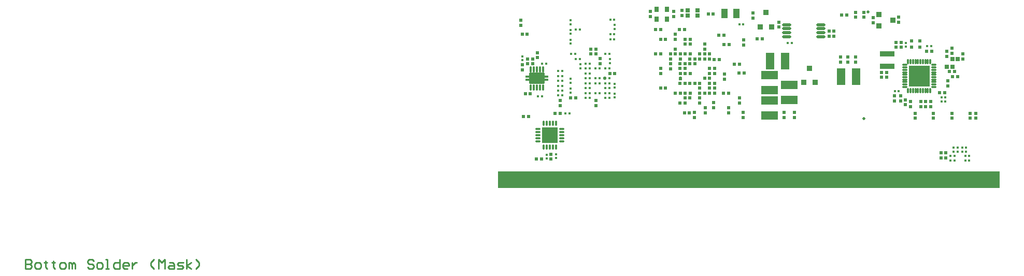
<source format=gbs>
G04 Layer_Color=16711935*
%FSLAX24Y24*%
%MOIN*%
G70*
G01*
G75*
%ADD18R,0.0177X0.1004*%
%ADD43C,0.0100*%
%ADD99R,0.0946X0.0375*%
%ADD105R,0.1064X0.0571*%
%ADD107R,0.0237X0.0245*%
%ADD108R,0.0245X0.0237*%
%ADD109R,0.0434X0.0611*%
%ADD111R,0.0571X0.1064*%
%ADD112R,0.0178X0.0178*%
%ADD113R,0.0178X0.0178*%
%ADD114R,0.0257X0.0257*%
%ADD115R,0.0257X0.0257*%
%ADD116R,0.0335X0.0335*%
%ADD117R,0.1024X0.1024*%
%ADD118O,0.0394X0.0138*%
%ADD119O,0.0138X0.0394*%
%ADD120R,3.2283X0.1063*%
%ADD121R,0.0240X0.0220*%
%ADD122O,0.0591X0.0178*%
%ADD123R,0.0335X0.0335*%
%ADD124O,0.0119X0.0335*%
%ADD125O,0.0335X0.0119*%
%ADD126R,0.1351X0.1351*%
G04:AMPARAMS|DCode=127|XSize=16.5mil|YSize=39mil|CornerRadius=4.7mil|HoleSize=0mil|Usage=FLASHONLY|Rotation=180.000|XOffset=0mil|YOffset=0mil|HoleType=Round|Shape=RoundedRectangle|*
%AMROUNDEDRECTD127*
21,1,0.0165,0.0295,0,0,180.0*
21,1,0.0071,0.0390,0,0,180.0*
1,1,0.0095,-0.0035,0.0147*
1,1,0.0095,0.0035,0.0147*
1,1,0.0095,0.0035,-0.0147*
1,1,0.0095,-0.0035,-0.0147*
%
%ADD127ROUNDEDRECTD127*%
G04:AMPARAMS|DCode=128|XSize=70.5mil|YSize=100mil|CornerRadius=4.7mil|HoleSize=0mil|Usage=FLASHONLY|Rotation=270.000|XOffset=0mil|YOffset=0mil|HoleType=Round|Shape=RoundedRectangle|*
%AMROUNDEDRECTD128*
21,1,0.0705,0.0906,0,0,270.0*
21,1,0.0611,0.1000,0,0,270.0*
1,1,0.0094,-0.0453,-0.0305*
1,1,0.0094,-0.0453,0.0305*
1,1,0.0094,0.0453,0.0305*
1,1,0.0094,0.0453,-0.0305*
%
%ADD128ROUNDEDRECTD128*%
%ADD129R,0.0296X0.0375*%
%ADD130R,0.0316X0.0150*%
%ADD131C,0.0210*%
%ADD132C,0.0200*%
D18*
X1260Y551D02*
D03*
X1496D02*
D03*
X1732D02*
D03*
X1969D02*
D03*
X2205D02*
D03*
X2441D02*
D03*
X2677D02*
D03*
X2913D02*
D03*
X3150D02*
D03*
X3386D02*
D03*
X3622D02*
D03*
X3858D02*
D03*
X4094D02*
D03*
X4331D02*
D03*
X4567D02*
D03*
X4803D02*
D03*
X5039D02*
D03*
X5276D02*
D03*
X5512D02*
D03*
X5748D02*
D03*
X5984D02*
D03*
X6220D02*
D03*
X6457D02*
D03*
X6693D02*
D03*
X6929D02*
D03*
X7165D02*
D03*
X7402D02*
D03*
X7638D02*
D03*
X7874D02*
D03*
X8110D02*
D03*
X8346D02*
D03*
X8583D02*
D03*
X8819D02*
D03*
X9055D02*
D03*
X9291D02*
D03*
X9528D02*
D03*
X9764D02*
D03*
X10000D02*
D03*
X10236D02*
D03*
X10472D02*
D03*
X10709D02*
D03*
X10945D02*
D03*
X11181D02*
D03*
X11417D02*
D03*
X11654D02*
D03*
X11890D02*
D03*
X12126D02*
D03*
X12362D02*
D03*
X12598D02*
D03*
X12835D02*
D03*
X13071D02*
D03*
X13307D02*
D03*
X13543D02*
D03*
X13780D02*
D03*
X14016D02*
D03*
X14252D02*
D03*
X14488D02*
D03*
X14724D02*
D03*
X14961D02*
D03*
X15197D02*
D03*
X15433D02*
D03*
X15669D02*
D03*
X15906D02*
D03*
X16142D02*
D03*
X16378D02*
D03*
X17795D02*
D03*
X18032D02*
D03*
X18268D02*
D03*
X18504D02*
D03*
X18740D02*
D03*
X18976D02*
D03*
X19213D02*
D03*
X19449D02*
D03*
X19685D02*
D03*
X19921D02*
D03*
X20157D02*
D03*
X20394D02*
D03*
X20630D02*
D03*
X20866D02*
D03*
X21102D02*
D03*
X21339D02*
D03*
X21575D02*
D03*
X21811D02*
D03*
X22047D02*
D03*
X22283D02*
D03*
X22520D02*
D03*
X22756D02*
D03*
X22992D02*
D03*
X23228D02*
D03*
X23465D02*
D03*
X23701D02*
D03*
X23937D02*
D03*
X24173D02*
D03*
X24409D02*
D03*
X24646D02*
D03*
X24882D02*
D03*
X25118D02*
D03*
X25354D02*
D03*
X25591D02*
D03*
X25827D02*
D03*
X26063D02*
D03*
X26299D02*
D03*
X26535D02*
D03*
X26772D02*
D03*
X27008D02*
D03*
X27244D02*
D03*
X27480D02*
D03*
X27717D02*
D03*
X27953D02*
D03*
X28189D02*
D03*
X28425D02*
D03*
X28661D02*
D03*
X28898D02*
D03*
X29134D02*
D03*
X29370D02*
D03*
X29606D02*
D03*
X29843D02*
D03*
X30079D02*
D03*
X30315D02*
D03*
X30551D02*
D03*
X30787D02*
D03*
X31024D02*
D03*
D43*
X-30400Y-4600D02*
Y-5200D01*
X-30100D01*
X-30000Y-5100D01*
Y-5000D01*
X-30100Y-4900D01*
X-30400D01*
X-30100D01*
X-30000Y-4800D01*
Y-4700D01*
X-30100Y-4600D01*
X-30400D01*
X-29700Y-5200D02*
X-29500D01*
X-29400Y-5100D01*
Y-4900D01*
X-29500Y-4800D01*
X-29700D01*
X-29800Y-4900D01*
Y-5100D01*
X-29700Y-5200D01*
X-29100Y-4700D02*
Y-4800D01*
X-29200D01*
X-29000D01*
X-29100D01*
Y-5100D01*
X-29000Y-5200D01*
X-28601Y-4700D02*
Y-4800D01*
X-28701D01*
X-28501D01*
X-28601D01*
Y-5100D01*
X-28501Y-5200D01*
X-28101D02*
X-27901D01*
X-27801Y-5100D01*
Y-4900D01*
X-27901Y-4800D01*
X-28101D01*
X-28201Y-4900D01*
Y-5100D01*
X-28101Y-5200D01*
X-27601D02*
Y-4800D01*
X-27501D01*
X-27401Y-4900D01*
Y-5200D01*
Y-4900D01*
X-27301Y-4800D01*
X-27201Y-4900D01*
Y-5200D01*
X-26001Y-4700D02*
X-26101Y-4600D01*
X-26301D01*
X-26401Y-4700D01*
Y-4800D01*
X-26301Y-4900D01*
X-26101D01*
X-26001Y-5000D01*
Y-5100D01*
X-26101Y-5200D01*
X-26301D01*
X-26401Y-5100D01*
X-25702Y-5200D02*
X-25502D01*
X-25402Y-5100D01*
Y-4900D01*
X-25502Y-4800D01*
X-25702D01*
X-25801Y-4900D01*
Y-5100D01*
X-25702Y-5200D01*
X-25202D02*
X-25002D01*
X-25102D01*
Y-4600D01*
X-25202D01*
X-24302D02*
Y-5200D01*
X-24602D01*
X-24702Y-5100D01*
Y-4900D01*
X-24602Y-4800D01*
X-24302D01*
X-23802Y-5200D02*
X-24002D01*
X-24102Y-5100D01*
Y-4900D01*
X-24002Y-4800D01*
X-23802D01*
X-23702Y-4900D01*
Y-5000D01*
X-24102D01*
X-23502Y-4800D02*
Y-5200D01*
Y-5000D01*
X-23402Y-4900D01*
X-23302Y-4800D01*
X-23202D01*
X-22103Y-5200D02*
X-22303Y-5000D01*
Y-4800D01*
X-22103Y-4600D01*
X-21803Y-5200D02*
Y-4600D01*
X-21603Y-4800D01*
X-21403Y-4600D01*
Y-5200D01*
X-21103Y-4800D02*
X-20903D01*
X-20803Y-4900D01*
Y-5200D01*
X-21103D01*
X-21203Y-5100D01*
X-21103Y-5000D01*
X-20803D01*
X-20603Y-5200D02*
X-20303D01*
X-20203Y-5100D01*
X-20303Y-5000D01*
X-20503D01*
X-20603Y-4900D01*
X-20503Y-4800D01*
X-20203D01*
X-20003Y-5200D02*
Y-4600D01*
Y-5000D02*
X-19703Y-4800D01*
X-20003Y-5000D02*
X-19703Y-5200D01*
X-19404D02*
X-19204Y-5000D01*
Y-4800D01*
X-19404Y-4600D01*
D99*
X25039Y8622D02*
D03*
Y7835D02*
D03*
D105*
X17480Y4646D02*
D03*
Y5610D02*
D03*
X18740Y5659D02*
D03*
Y6624D02*
D03*
X17480Y7254D02*
D03*
Y6289D02*
D03*
D107*
X27841Y5551D02*
D03*
X27514D02*
D03*
X11738Y6102D02*
D03*
X11411D02*
D03*
X1766Y6063D02*
D03*
X2093D02*
D03*
X2250Y8307D02*
D03*
X1923D02*
D03*
X12053Y6732D02*
D03*
X11726D02*
D03*
X12035Y5787D02*
D03*
X12362D02*
D03*
X12002Y4843D02*
D03*
X12329D02*
D03*
X12041Y9567D02*
D03*
X12368D02*
D03*
X12683Y6732D02*
D03*
X12356D02*
D03*
Y8307D02*
D03*
X12683D02*
D03*
X12014Y10197D02*
D03*
X11687D02*
D03*
X14258Y8268D02*
D03*
X13931D02*
D03*
X14561Y9213D02*
D03*
X14888D02*
D03*
X14207Y9843D02*
D03*
X14533D02*
D03*
X13301Y7047D02*
D03*
X13628D02*
D03*
X11726Y5472D02*
D03*
X12053D02*
D03*
X15506Y7402D02*
D03*
X15833D02*
D03*
X14522Y6102D02*
D03*
X14848D02*
D03*
X15557Y7953D02*
D03*
X15230D02*
D03*
X10152Y8622D02*
D03*
X10478D02*
D03*
X10793Y6417D02*
D03*
X10467D02*
D03*
X10793Y9567D02*
D03*
X10467D02*
D03*
X10478Y10197D02*
D03*
X10152D02*
D03*
X12041Y8622D02*
D03*
X12368D02*
D03*
X12041Y6102D02*
D03*
X12368D02*
D03*
X12356Y7992D02*
D03*
X12683D02*
D03*
X13616Y7362D02*
D03*
X13943D02*
D03*
X13616Y6417D02*
D03*
X13943D02*
D03*
X13616Y6102D02*
D03*
X13943D02*
D03*
X13616Y6732D02*
D03*
X13943D02*
D03*
X13616Y7677D02*
D03*
X13943D02*
D03*
X12053Y7992D02*
D03*
X11726D02*
D03*
X12041Y7362D02*
D03*
X12368D02*
D03*
X11726Y7677D02*
D03*
X12053D02*
D03*
X2474Y1850D02*
D03*
X2801D02*
D03*
X25006Y7126D02*
D03*
X24679D02*
D03*
Y7441D02*
D03*
X25006D02*
D03*
X25618Y9055D02*
D03*
X25945D02*
D03*
Y9370D02*
D03*
X25618D02*
D03*
X29246Y7165D02*
D03*
X29573D02*
D03*
X29376Y7480D02*
D03*
X29049D02*
D03*
X27514Y5236D02*
D03*
X27841D02*
D03*
X7526Y7362D02*
D03*
X7199D02*
D03*
X5006Y5787D02*
D03*
X4679D02*
D03*
X1923Y7992D02*
D03*
X2250D02*
D03*
X13313Y6102D02*
D03*
X12986D02*
D03*
X4022Y4803D02*
D03*
X3695D02*
D03*
X1974Y4606D02*
D03*
X1648D02*
D03*
X28746Y6142D02*
D03*
X28419D02*
D03*
X27593Y8780D02*
D03*
X27919D02*
D03*
X1569Y9882D02*
D03*
X1896D02*
D03*
X16687Y9606D02*
D03*
X17014D02*
D03*
X13864Y11181D02*
D03*
X13537D02*
D03*
X22120Y11142D02*
D03*
X22447D02*
D03*
X12368Y9252D02*
D03*
X12041D02*
D03*
D108*
X11417Y8616D02*
D03*
Y8943D02*
D03*
X13307Y8931D02*
D03*
Y9258D02*
D03*
X28504Y1923D02*
D03*
Y2250D02*
D03*
X28819D02*
D03*
Y1923D02*
D03*
X26535Y5557D02*
D03*
Y5230D02*
D03*
X26220Y5348D02*
D03*
Y5675D02*
D03*
X25906Y5911D02*
D03*
Y5585D02*
D03*
X11732Y8301D02*
D03*
Y8628D02*
D03*
X2559Y8707D02*
D03*
Y8380D02*
D03*
X4016Y5636D02*
D03*
Y5309D02*
D03*
X6299Y8943D02*
D03*
Y8616D02*
D03*
X6299Y5636D02*
D03*
Y5309D02*
D03*
X18071Y10348D02*
D03*
Y10675D02*
D03*
X21614Y10085D02*
D03*
Y9758D02*
D03*
X21299D02*
D03*
Y10085D02*
D03*
X12638Y4522D02*
D03*
Y4848D02*
D03*
X13346Y4837D02*
D03*
Y5163D02*
D03*
X15787Y4848D02*
D03*
Y4522D02*
D03*
X15551Y5467D02*
D03*
Y5793D02*
D03*
X13898Y5152D02*
D03*
Y5478D02*
D03*
X14843Y5163D02*
D03*
Y4837D02*
D03*
X12992Y6738D02*
D03*
Y6411D02*
D03*
X15827Y9533D02*
D03*
Y9207D02*
D03*
X10472Y7356D02*
D03*
Y7683D02*
D03*
X11850Y11096D02*
D03*
Y11423D02*
D03*
X14567Y7329D02*
D03*
Y7002D02*
D03*
X12992Y8301D02*
D03*
Y8628D02*
D03*
X13307Y8301D02*
D03*
Y8628D02*
D03*
X13622Y8301D02*
D03*
Y8628D02*
D03*
X3425Y1844D02*
D03*
Y2171D02*
D03*
X30748Y4809D02*
D03*
Y4482D02*
D03*
X29921Y8628D02*
D03*
Y8301D02*
D03*
X28898Y8459D02*
D03*
Y8785D02*
D03*
X28937Y6569D02*
D03*
Y6896D02*
D03*
X29213Y8656D02*
D03*
Y8982D02*
D03*
X9803Y11018D02*
D03*
Y11344D02*
D03*
X6565Y8313D02*
D03*
Y7986D02*
D03*
X11102Y7671D02*
D03*
Y7998D02*
D03*
Y8628D02*
D03*
Y8301D02*
D03*
X1575Y7919D02*
D03*
Y7593D02*
D03*
X22047Y8431D02*
D03*
Y8104D02*
D03*
X11732Y7368D02*
D03*
Y7041D02*
D03*
X12992Y5793D02*
D03*
Y5467D02*
D03*
X27205Y5557D02*
D03*
Y5230D02*
D03*
X25512Y5585D02*
D03*
Y5911D02*
D03*
X30394Y4809D02*
D03*
Y4482D02*
D03*
X29213D02*
D03*
Y4809D02*
D03*
X28031D02*
D03*
Y4482D02*
D03*
X19094Y4522D02*
D03*
Y4848D02*
D03*
X18425D02*
D03*
Y4522D02*
D03*
X1496Y10793D02*
D03*
Y10467D02*
D03*
X16417Y10939D02*
D03*
Y11266D02*
D03*
X11299Y11344D02*
D03*
Y11018D02*
D03*
X25787Y10990D02*
D03*
Y10663D02*
D03*
X23543Y11305D02*
D03*
Y10978D02*
D03*
X22520Y8431D02*
D03*
Y8104D02*
D03*
X23031D02*
D03*
Y8431D02*
D03*
Y11305D02*
D03*
Y10978D02*
D03*
X11417Y9561D02*
D03*
Y9888D02*
D03*
X24134Y10624D02*
D03*
Y10951D02*
D03*
X26850Y4482D02*
D03*
Y4809D02*
D03*
X5984Y8616D02*
D03*
Y8943D02*
D03*
D109*
X14587Y11220D02*
D03*
X15335D02*
D03*
D111*
X22077Y7165D02*
D03*
X23041D02*
D03*
X17510Y8150D02*
D03*
X18474D02*
D03*
D112*
X25797Y6220D02*
D03*
X25541D02*
D03*
X5276Y8307D02*
D03*
X5020D02*
D03*
X6919Y7047D02*
D03*
X7175D02*
D03*
X5285Y10197D02*
D03*
X5030D02*
D03*
X4970Y8622D02*
D03*
X4715D02*
D03*
X7234Y10827D02*
D03*
X7490D02*
D03*
Y9882D02*
D03*
X7234D02*
D03*
Y9567D02*
D03*
X7490D02*
D03*
X6919Y8622D02*
D03*
X7175D02*
D03*
X2844Y5906D02*
D03*
X2589D02*
D03*
X2864Y7992D02*
D03*
X3120D02*
D03*
X4360Y4803D02*
D03*
X4616D02*
D03*
X27884Y9134D02*
D03*
X27628D02*
D03*
X6909Y7677D02*
D03*
X7165D02*
D03*
X4144Y7520D02*
D03*
X3888D02*
D03*
X5906Y7992D02*
D03*
X5650D02*
D03*
Y7677D02*
D03*
X5906D02*
D03*
Y7362D02*
D03*
X5650D02*
D03*
X4144Y6890D02*
D03*
X3888D02*
D03*
X6909Y6732D02*
D03*
X7165D02*
D03*
X5650Y7047D02*
D03*
X5906D02*
D03*
Y5787D02*
D03*
X5650D02*
D03*
X6545Y7047D02*
D03*
X6289D02*
D03*
X6280Y6102D02*
D03*
X6535D02*
D03*
X6545Y7677D02*
D03*
X6289D02*
D03*
X5906Y6102D02*
D03*
X5650D02*
D03*
X7165Y5787D02*
D03*
X6909D02*
D03*
X3888Y5945D02*
D03*
X4144D02*
D03*
X7165Y6102D02*
D03*
X6909D02*
D03*
X3888Y6260D02*
D03*
X4144D02*
D03*
X7165Y6417D02*
D03*
X6909D02*
D03*
X3888Y6575D02*
D03*
X4144D02*
D03*
X5650Y6417D02*
D03*
X5906D02*
D03*
X6289Y6732D02*
D03*
X6545D02*
D03*
X5650D02*
D03*
X5906D02*
D03*
X18907Y9331D02*
D03*
X18652D02*
D03*
X28789Y5551D02*
D03*
X28533D02*
D03*
Y5827D02*
D03*
X28789D02*
D03*
X15541Y10512D02*
D03*
X15797D02*
D03*
X29124Y1772D02*
D03*
X29380D02*
D03*
X29321Y2598D02*
D03*
X29577D02*
D03*
X30128D02*
D03*
X29872D02*
D03*
X30325Y1772D02*
D03*
X30069D02*
D03*
X29124Y2047D02*
D03*
X29380D02*
D03*
X29321Y2323D02*
D03*
X29577D02*
D03*
X30128D02*
D03*
X29872D02*
D03*
X30325Y2047D02*
D03*
X30069D02*
D03*
X3888Y7205D02*
D03*
X4144D02*
D03*
D113*
X7520Y6073D02*
D03*
Y5817D02*
D03*
X4685Y10797D02*
D03*
Y10541D02*
D03*
Y10167D02*
D03*
Y9911D02*
D03*
X4685Y9537D02*
D03*
Y9281D02*
D03*
X5315Y7963D02*
D03*
Y7707D02*
D03*
X4685Y6762D02*
D03*
Y7018D02*
D03*
Y6388D02*
D03*
Y6132D02*
D03*
X7520Y10482D02*
D03*
Y10226D02*
D03*
X7205Y8278D02*
D03*
Y8022D02*
D03*
X7520Y6703D02*
D03*
Y6447D02*
D03*
X1575Y8219D02*
D03*
Y8474D02*
D03*
X3150Y2136D02*
D03*
Y1880D02*
D03*
X3740Y1919D02*
D03*
Y2175D02*
D03*
X26260Y9341D02*
D03*
Y9085D02*
D03*
D114*
X12205Y11437D02*
D03*
Y11083D02*
D03*
X12835D02*
D03*
Y11437D02*
D03*
D115*
X29232Y8307D02*
D03*
X29587D02*
D03*
X28878Y7795D02*
D03*
X29232D02*
D03*
D116*
X20039Y7695D02*
D03*
X19665Y6793D02*
D03*
X20413D02*
D03*
X17244Y11278D02*
D03*
X16870Y10376D02*
D03*
X17618D02*
D03*
D117*
X3350Y3400D02*
D03*
D118*
X2582Y3006D02*
D03*
Y3203D02*
D03*
Y3400D02*
D03*
Y3597D02*
D03*
Y3794D02*
D03*
X4118D02*
D03*
Y3597D02*
D03*
Y3400D02*
D03*
Y3203D02*
D03*
Y3006D02*
D03*
D119*
X3744Y2632D02*
D03*
X3547D02*
D03*
X3350D02*
D03*
X3153D02*
D03*
X2956D02*
D03*
Y4168D02*
D03*
X3153D02*
D03*
X3350D02*
D03*
X3547D02*
D03*
X3744D02*
D03*
D120*
X16142Y531D02*
D03*
D121*
X26614Y9055D02*
D03*
Y9449D02*
D03*
X27146D02*
D03*
Y9055D02*
D03*
D122*
X18583Y9734D02*
D03*
Y9990D02*
D03*
Y10246D02*
D03*
Y10502D02*
D03*
X20787Y9734D02*
D03*
Y9990D02*
D03*
Y10246D02*
D03*
Y10502D02*
D03*
D123*
X25411Y10787D02*
D03*
X24510Y11161D02*
D03*
Y10413D02*
D03*
D124*
X26398Y8140D02*
D03*
X26555D02*
D03*
X26713D02*
D03*
X26870D02*
D03*
X27028D02*
D03*
X27185D02*
D03*
X27343D02*
D03*
X27500D02*
D03*
X27657D02*
D03*
X27815D02*
D03*
Y6270D02*
D03*
X27657D02*
D03*
X27500D02*
D03*
X27343D02*
D03*
X27185D02*
D03*
X27028D02*
D03*
X26870D02*
D03*
X26713D02*
D03*
X26555D02*
D03*
X26398D02*
D03*
D125*
X28041Y7913D02*
D03*
Y7756D02*
D03*
Y7598D02*
D03*
Y7441D02*
D03*
Y7283D02*
D03*
Y7126D02*
D03*
Y6969D02*
D03*
Y6811D02*
D03*
Y6654D02*
D03*
Y6496D02*
D03*
X26171D02*
D03*
Y6654D02*
D03*
Y6811D02*
D03*
Y6969D02*
D03*
Y7126D02*
D03*
Y7283D02*
D03*
Y7441D02*
D03*
Y7598D02*
D03*
Y7756D02*
D03*
Y7913D02*
D03*
D126*
X27106Y7205D02*
D03*
D127*
X2126Y6467D02*
D03*
X2323D02*
D03*
X2520D02*
D03*
X2717D02*
D03*
X2913D02*
D03*
Y7628D02*
D03*
X2717D02*
D03*
X2520D02*
D03*
X2323D02*
D03*
X2126D02*
D03*
D128*
X2520Y7047D02*
D03*
D129*
X10876Y10876D02*
D03*
X10226D02*
D03*
Y11486D02*
D03*
X10876D02*
D03*
D130*
X3129Y7145D02*
D03*
X3130Y6949D02*
D03*
X1910Y6949D02*
D03*
X1910Y7145D02*
D03*
D131*
X13307Y9252D02*
D03*
X11102Y7992D02*
D03*
X12047Y9252D02*
D03*
X11732Y7047D02*
D03*
Y8307D02*
D03*
X12992Y5787D02*
D03*
X11417Y9567D02*
D03*
X7205Y7362D02*
D03*
X6890Y7047D02*
D03*
X5984Y8937D02*
D03*
X12992Y6102D02*
D03*
X11102Y8628D02*
D03*
X11417Y6102D02*
D03*
D132*
X23543Y4449D02*
D03*
X23819Y11339D02*
D03*
M02*

</source>
